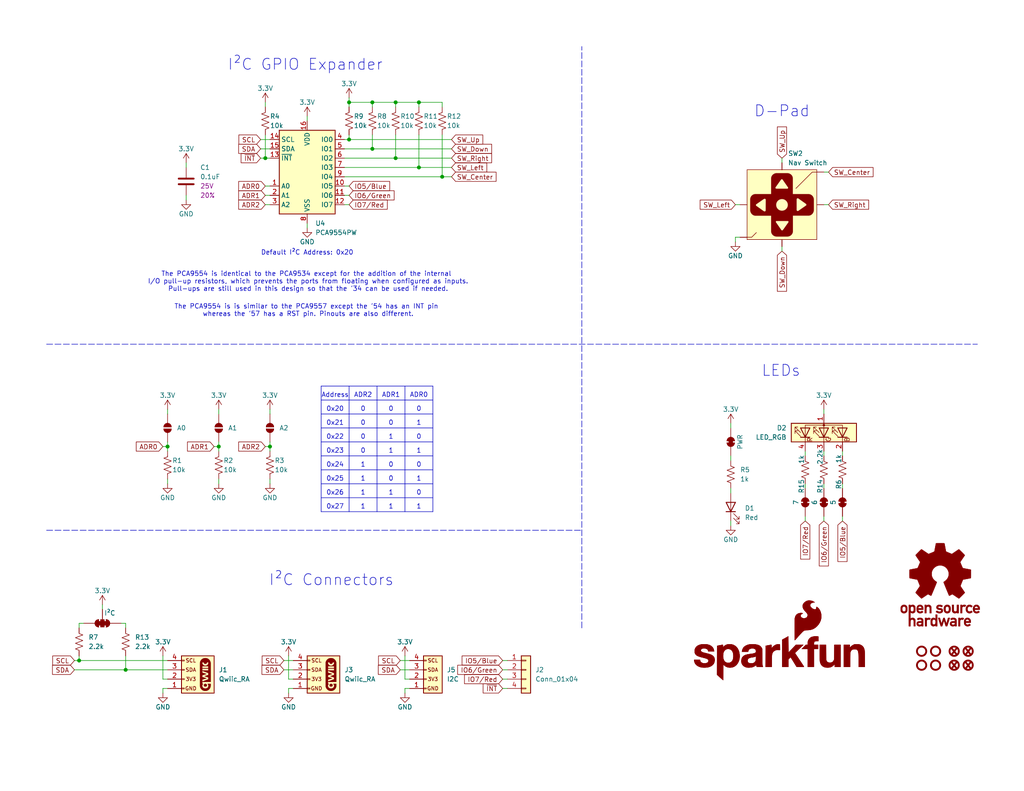
<source format=kicad_sch>
(kicad_sch (version 20231120) (generator "eeschema") (generator_version "8.0")
  (paper "USLetter")
  (title_block (title "SparkFun Qwiic Navigation") (date "2024-11-09") (rev "v11") (comment 1 "Designed by: N. Seidle"))
  (lib_symbols
    (symbol "SparkFun-Aesthetic:Fiducial_0.5mm"
      (symbol "Fiducial_0.5mm_1_1"
        (text "x" (at 0 0.254 0) (effects (font (size 2.5 2.5) (bold yes))))
      )
    )
    (symbol "SparkFun-Aesthetic:OSHW_Logo" (pin_names (offset 1.016)) (in_bom no))
    (symbol "SparkFun-Aesthetic:SparkFun_Logo" (pin_names (offset 1.016)) (on_board no))
    (symbol "SparkFun-Capacitor:0.1uF_0603_25V_20%" (pin_numbers hide) (pin_names (offset 0.254))
      (property "Reference" "C" (at 0.635 2.54 0))
      (property "Value" "0.1uF" (at 0.635 -2.54 0))
      (property "Voltage" "25V" (at 0 -6.35 0))
      (property "Tolerance" "20%" (at 0 -8.89 0))
      (symbol "0.1uF_0603_25V_20%_1_1"
        (pin passive line (at 0 3.81 270) (length 2.794) (name "~") (number "1"))
        (pin passive line (at 0 -3.81 90) (length 2.794) (name "~") (number "2"))
      )
    )
    (symbol "SparkFun-Connector:Conn_01x04" (pin_names (offset 1.016) hide)
      (property "Reference" "J" (at 0 5.08 0))
      (property "Value" "Conn_01x04" (at 0 -7.62 0))
      (symbol "Conn_01x04_1_1"
        (pin passive line (at -5.08 2.54 0) (length 3.81) (name "Pin_1") (number "1"))
        (pin passive line (at -5.08 0 0) (length 3.81) (name "Pin_2") (number "2"))
        (pin passive line (at -5.08 -2.54 0) (length 3.81) (name "Pin_3") (number "3"))
        (pin passive line (at -5.08 -5.08 0) (length 3.81) (name "Pin_4") (number "4"))
      )
    )
    (symbol "SparkFun-Connector:I2C_01x04" (pin_names (offset 1.016) hide)
      (property "Reference" "J" (at 0 5.08 0))
      (property "Value" "I2C" (at 0 -7.62 0))
      (symbol "I2C_01x04_1_1"
        (text "3V3" (at 1.27 -2.54 0) (effects (font (size 1 1))))
        (text "GND" (at 1.27 -5.08 0) (effects (font (size 1 1))))
        (text "SCL" (at 1.27 2.54 0) (effects (font (size 1 1))))
        (text "SDA" (at 1.27 0 0) (effects (font (size 1 1))))
        (pin passive line (at -5.08 -5.08 0) (length 3.81) (name "Pin_1") (number "1"))
        (pin passive line (at -5.08 -2.54 0) (length 3.81) (name "Pin_2") (number "2"))
        (pin passive line (at -5.08 0 0) (length 3.81) (name "Pin_3") (number "3"))
        (pin passive line (at -5.08 2.54 0) (length 3.81) (name "Pin_4") (number "4"))
      )
    )
    (symbol "SparkFun-Connector:Qwiic_Right_Angle" (pin_names (offset 1.016) hide)
      (property "Reference" "J" (at 0 5.08 0))
      (property "Value" "Qwiic_RA" (at 0 -7.62 0))
      (symbol "Qwiic_Right_Angle_1_1"
        (text "3V3" (at 1.27 -2.54 0) (effects (font (size 1 1))))
        (text "GND" (at 1.27 -5.08 0) (effects (font (size 1 1))))
        (text "SCL" (at 1.27 2.54 0) (effects (font (size 1 1))))
        (text "SDA" (at 1.27 0 0) (effects (font (size 1 1))))
        (pin passive line (at -5.08 -5.08 0) (length 3.81) (name "Pin_1") (number "1"))
        (pin passive line (at -5.08 -2.54 0) (length 3.81) (name "Pin_2") (number "2"))
        (pin passive line (at -5.08 0 0) (length 3.81) (name "Pin_3") (number "3"))
        (pin passive line (at -5.08 2.54 0) (length 3.81) (name "Pin_4") (number "4"))
        (pin no_connect line (at 5.08 3.81 270) (length 2.54) hide (name "NC") (number "NC1"))
        (pin no_connect line (at 6.35 3.81 270) (length 2.54) hide (name "NC") (number "NC2"))
      )
    )
    (symbol "SparkFun-Hardware:Standoff")
    (symbol "SparkFun-IC-Special-Function:PCA9554PW"
      (property "Reference" "U" (at -7.62 11.43 0))
      (property "Value" "PCA9554PW" (at 2.54 11.43 0))
      (symbol "PCA9554PW_1_1"
        (pin input line (at -10.16 -5.08 0) (length 2.54) (name "A0") (number "1"))
        (pin bidirectional line (at 10.16 -5.08 180) (length 2.54) (name "IO5") (number "10"))
        (pin bidirectional line (at 10.16 -7.62 180) (length 2.54) (name "IO6") (number "11"))
        (pin bidirectional line (at 10.16 -10.16 180) (length 2.54) (name "IO7") (number "12"))
        (pin output line (at -10.16 2.54 0) (length 2.54) (name "~{INT}") (number "13"))
        (pin input line (at -10.16 7.62 0) (length 2.54) (name "SCL") (number "14"))
        (pin bidirectional line (at -10.16 5.08 0) (length 2.54) (name "SDA") (number "15"))
        (pin power_in line (at 0 12.7 270) (length 2.54) (name "VDD") (number "16"))
        (pin input line (at -10.16 -7.62 0) (length 2.54) (name "A1") (number "2"))
        (pin input line (at -10.16 -10.16 0) (length 2.54) (name "A2") (number "3"))
        (pin bidirectional line (at 10.16 7.62 180) (length 2.54) (name "IO0") (number "4"))
        (pin bidirectional line (at 10.16 5.08 180) (length 2.54) (name "IO1") (number "5"))
        (pin bidirectional line (at 10.16 2.54 180) (length 2.54) (name "IO2") (number "6"))
        (pin bidirectional line (at 10.16 0 180) (length 2.54) (name "IO3") (number "7"))
        (pin power_in line (at 0 -15.24 90) (length 2.54) (name "VSS") (number "8"))
        (pin bidirectional line (at 10.16 -2.54 180) (length 2.54) (name "IO4") (number "9"))
      )
    )
    (symbol "SparkFun-Jumper:SolderJumper_2_Bridged" (pin_numbers hide) (pin_names (offset 0) hide)
      (property "Reference" "JP" (at 0 2.032 0))
      (property "Value" "~" (at 0 -2.54 0))
      (symbol "SolderJumper_2_Bridged_1_1"
        (pin passive line (at -3.81 0 0) (length 2.54) (name "A") (number "1"))
        (pin passive line (at 3.81 0 180) (length 2.54) (name "B") (number "2"))
      )
    )
    (symbol "SparkFun-Jumper:SolderJumper_2_Open" (pin_numbers hide) (pin_names (offset 0) hide)
      (property "Reference" "JP" (at 0 2.032 0))
      (property "Value" "~" (at 0 -2.54 0))
      (symbol "SolderJumper_2_Open_1_1"
        (pin passive line (at -3.81 0 0) (length 2.54) (name "A") (number "1"))
        (pin passive line (at 3.81 0 180) (length 2.54) (name "B") (number "2"))
      )
    )
    (symbol "SparkFun-Jumper:SolderJumper_3_Bridged123" (pin_numbers hide) (pin_names (offset 0) hide)
      (property "Reference" "JP" (at 0 2.54 0))
      (property "Value" "~" (at 3.81 1.27 0))
      (symbol "SolderJumper_3_Bridged123_1_1"
        (pin passive line (at -5.08 0 0) (length 2.54) (name "A") (number "1"))
        (pin passive line (at 0 -3.81 90) (length 2.54) (name "C") (number "2"))
        (pin passive line (at 5.08 0 180) (length 2.54) (name "B") (number "3"))
      )
    )
    (symbol "SparkFun-LED:LED_RGB_1205_Bottom" (pin_names (offset 0) hide)
      (property "Reference" "D" (at 0 10.16 0))
      (property "Value" "LED_RGB" (at 0 -10.16 0))
      (symbol "LED_RGB_1205_Bottom_0_0"
        (text "B" (at -1.905 -6.35 0) (effects (font (size 1.27 1.27))))
        (text "G" (at -1.905 -1.27 0) (effects (font (size 1.27 1.27))))
        (text "R" (at -1.905 3.81 0) (effects (font (size 1.27 1.27))))
      )
      (symbol "LED_RGB_1205_Bottom_1_1"
        (pin passive line (at 5.08 0 180) (length 2.54) (name "A") (number "1"))
        (pin passive line (at -5.08 -5.08 0) (length 2.54) (name "BK") (number "2"))
        (pin passive line (at -5.08 0 0) (length 2.54) (name "GK") (number "3"))
        (pin passive line (at -5.08 5.08 0) (length 2.54) (name "RK") (number "4"))
      )
    )
    (symbol "SparkFun-LED:LED_Red_0603" (pin_numbers hide) (pin_names (offset 1.016) hide)
      (property "Reference" "D" (at 0 2.54 0))
      (property "Value" "Red" (at 0 -2.54 0))
      (symbol "LED_Red_0603_1_1"
        (pin passive line (at -3.81 0 0) (length 2.54) (name "K") (number "1"))
        (pin passive line (at 3.81 0 180) (length 2.54) (name "A") (number "2"))
      )
    )
    (symbol "SparkFun-PowerSymbol:3.3V" (power) (pin_names (offset 0))
      (property "Value" "3.3V" (at 0 3.81 0))
      (symbol "3.3V_1_1"
        (pin power_in line (at 0 0 90) (length 0) hide (name "3.3V") (number "1"))
      )
    )
    (symbol "SparkFun-PowerSymbol:GND" (power) (pin_names (offset 0))
      (property "Value" "GND" (at 0 -3.81 0))
      (symbol "GND_1_1"
        (pin power_in line (at 0 0 270) (length 0) hide (name "GND") (number "1"))
      )
    )
    (symbol "SparkFun-Resistor:10k_0603" (pin_numbers hide) (pin_names (offset 0))
      (property "Reference" "R" (at 0 -2.54 0))
      (property "Value" "10k" (at 0 2.54 0))
      (symbol "10k_0603_1_1"
        (pin passive line (at 3.81 0 180) (length 1.27) (name "~") (number "1"))
        (pin passive line (at -3.81 0 0) (length 1.27) (name "~") (number "2"))
      )
    )
    (symbol "SparkFun-Resistor:1k_0603" (pin_numbers hide) (pin_names (offset 0))
      (property "Reference" "R" (at 0 -2.54 0))
      (property "Value" "1k" (at 0 2.54 0))
      (symbol "1k_0603_1_1"
        (pin passive line (at 3.81 0 180) (length 1.27) (name "~") (number "1"))
        (pin passive line (at -3.81 0 0) (length 1.27) (name "~") (number "2"))
      )
    )
    (symbol "SparkFun-Resistor:2.2k_0603" (pin_numbers hide) (pin_names (offset 0))
      (property "Reference" "R" (at 0 -2.54 0))
      (property "Value" "2.2k" (at 0 2.54 0))
      (symbol "2.2k_0603_1_1"
        (pin passive line (at 3.81 0 180) (length 1.27) (name "~") (number "1"))
        (pin passive line (at -3.81 0 0) (length 1.27) (name "~") (number "2"))
      )
    )
    (symbol "SparkFun-Switch:Navigation_5Way_SMD_7.5x7.5mm" (pin_numbers hide) (pin_names (offset 0) hide)
      (property "Reference" "SW" (at -8.255 10.795 0))
      (property "Value" "Nav Switch" (at 6.985 -10.795 0))
      (symbol "Navigation_5Way_SMD_7.5x7.5mm_1_1"
        (pin passive line (at -11.43 0 0) (length 1.905) (name "Left") (number "1"))
        (pin passive line (at -11.43 -8.89 0) (length 1.905) (name "GND") (number "2"))
        (pin passive line (at 0 -11.43 90) (length 1.905) (name "Down") (number "3"))
        (pin passive line (at 11.43 0 180) (length 1.905) (name "Right") (number "4"))
        (pin passive line (at 11.43 8.89 180) (length 1.905) (name "Center") (number "5"))
        (pin passive line (at 0 11.43 270) (length 1.905) (name "Up") (number "6"))
        (pin no_connect line (at -11.43 -5.08 0) (length 1.905) hide (name "MP1") (number "MP1"))
        (pin no_connect line (at -11.43 -6.35 0) (length 1.905) hide (name "MP2") (number "MP2"))
      )
    )
  )
  (junction (at 114.3 27.94))
  (junction (at 120.65 48.26))
  (junction (at 107.95 43.18))
  (junction (at 34.29 182.88))
  (junction (at 95.25 38.1))
  (junction (at 59.69 121.92))
  (junction (at 21.59 180.34))
  (junction (at 107.95 27.94))
  (junction (at 95.25 27.94))
  (junction (at 101.6 40.64))
  (junction (at 72.39 43.18))
  (junction (at 114.3 45.72))
  (junction (at 45.72 121.92))
  (junction (at 101.6 27.94))
  (junction (at 73.66 121.92))
  (wire (pts (xy 72.39 121.92) (xy 73.66 121.92)))
  (polyline (pts (xy 110.49 105.41) (xy 110.49 139.7)))
  (wire (pts (xy 114.3 27.94) (xy 114.3 29.21)))
  (wire (pts (xy 224.79 142.24) (xy 224.79 140.97)))
  (wire (pts (xy 21.59 170.18) (xy 21.59 171.45)))
  (wire (pts (xy 114.3 45.72) (xy 93.98 45.72)))
  (wire (pts (xy 33.02 170.18) (xy 34.29 170.18)))
  (wire (pts (xy 45.72 185.42) (xy 44.45 185.42)))
  (wire (pts (xy 73.66 121.92) (xy 73.66 120.65)))
  (wire (pts (xy 72.39 55.88) (xy 73.66 55.88)))
  (polyline (pts (xy 87.63 135.89) (xy 118.11 135.89)))
  (wire (pts (xy 72.39 27.94) (xy 72.39 29.21)))
  (polyline (pts (xy 87.63 105.41) (xy 87.63 139.7)))
  (wire (pts (xy 107.95 43.18) (xy 93.98 43.18)))
  (wire (pts (xy 77.47 180.34) (xy 80.01 180.34)))
  (wire (pts (xy 73.66 43.18) (xy 72.39 43.18)))
  (wire (pts (xy 95.25 50.8) (xy 93.98 50.8)))
  (wire (pts (xy 34.29 170.18) (xy 34.29 171.45)))
  (wire (pts (xy 95.25 36.83) (xy 95.25 38.1)))
  (wire (pts (xy 80.01 187.96) (xy 78.74 187.96)))
  (wire (pts (xy 71.12 38.1) (xy 73.66 38.1)))
  (wire (pts (xy 44.45 121.92) (xy 45.72 121.92)))
  (wire (pts (xy 22.86 170.18) (xy 21.59 170.18)))
  (wire (pts (xy 224.79 124.46) (xy 224.79 123.19)))
  (wire (pts (xy 45.72 132.08) (xy 45.72 130.81)))
  (wire (pts (xy 110.49 179.07) (xy 110.49 185.42)))
  (wire (pts (xy 123.19 45.72) (xy 114.3 45.72)))
  (wire (pts (xy 114.3 27.94) (xy 120.65 27.94)))
  (wire (pts (xy 101.6 27.94) (xy 101.6 29.21)))
  (wire (pts (xy 111.76 185.42) (xy 110.49 185.42)))
  (wire (pts (xy 27.94 165.1) (xy 27.94 166.37)))
  (wire (pts (xy 200.66 55.88) (xy 201.93 55.88)))
  (polyline (pts (xy 95.25 105.41) (xy 95.25 139.7)))
  (wire (pts (xy 95.25 27.94) (xy 101.6 27.94)))
  (wire (pts (xy 123.19 48.26) (xy 120.65 48.26)))
  (wire (pts (xy 213.36 68.58) (xy 213.36 67.31)))
  (polyline (pts (xy 118.11 139.7) (xy 118.11 105.41)))
  (wire (pts (xy 111.76 187.96) (xy 110.49 187.96)))
  (wire (pts (xy 137.16 182.88) (xy 138.43 182.88)))
  (wire (pts (xy 109.22 182.88) (xy 111.76 182.88)))
  (polyline (pts (xy 12.7 144.78) (xy 158.75 144.78)) (stroke (width 0) (type dash)))
  (wire (pts (xy 224.79 133.35) (xy 224.79 132.08)))
  (wire (pts (xy 224.79 111.76) (xy 224.79 113.03)))
  (wire (pts (xy 72.39 53.34) (xy 73.66 53.34)))
  (wire (pts (xy 219.71 124.46) (xy 219.71 123.19)))
  (polyline (pts (xy 87.63 105.41) (xy 88.9 105.41)))
  (wire (pts (xy 199.39 134.62) (xy 199.39 133.35)))
  (wire (pts (xy 45.72 121.92) (xy 45.72 120.65)))
  (wire (pts (xy 72.39 50.8) (xy 73.66 50.8)))
  (wire (pts (xy 229.87 133.35) (xy 229.87 132.08)))
  (wire (pts (xy 229.87 142.24) (xy 229.87 140.97)))
  (wire (pts (xy 101.6 36.83) (xy 101.6 40.64)))
  (wire (pts (xy 20.32 180.34) (xy 21.59 180.34)))
  (wire (pts (xy 226.06 55.88) (xy 224.79 55.88)))
  (wire (pts (xy 78.74 179.07) (xy 78.74 185.42)))
  (wire (pts (xy 20.32 182.88) (xy 34.29 182.88)))
  (wire (pts (xy 44.45 187.96) (xy 44.45 189.23)))
  (wire (pts (xy 34.29 182.88) (xy 45.72 182.88)))
  (wire (pts (xy 213.36 43.18) (xy 213.36 44.45)))
  (wire (pts (xy 123.19 38.1) (xy 95.25 38.1)))
  (polyline (pts (xy 87.63 113.03) (xy 118.11 113.03)))
  (wire (pts (xy 45.72 187.96) (xy 44.45 187.96)))
  (polyline (pts (xy 87.63 116.84) (xy 118.11 116.84)))
  (wire (pts (xy 58.42 121.92) (xy 59.69 121.92)))
  (wire (pts (xy 72.39 36.83) (xy 72.39 43.18)))
  (polyline (pts (xy 102.87 105.41) (xy 102.87 139.7)))
  (wire (pts (xy 199.39 125.73) (xy 199.39 124.46)))
  (wire (pts (xy 123.19 40.64) (xy 101.6 40.64)))
  (wire (pts (xy 219.71 133.35) (xy 219.71 132.08)))
  (wire (pts (xy 21.59 180.34) (xy 45.72 180.34)))
  (wire (pts (xy 107.95 27.94) (xy 114.3 27.94)))
  (wire (pts (xy 83.82 31.75) (xy 83.82 33.02)))
  (wire (pts (xy 78.74 187.96) (xy 78.74 189.23)))
  (wire (pts (xy 200.66 64.77) (xy 200.66 66.04)))
  (wire (pts (xy 137.16 180.34) (xy 138.43 180.34)))
  (wire (pts (xy 120.65 29.21) (xy 120.65 27.94)))
  (wire (pts (xy 21.59 179.07) (xy 21.59 180.34)))
  (polyline (pts (xy 12.7 93.98) (xy 139.7 93.98)) (stroke (width 0) (type dash)))
  (wire (pts (xy 59.69 123.19) (xy 59.69 121.92)))
  (wire (pts (xy 120.65 36.83) (xy 120.65 48.26)))
  (wire (pts (xy 224.79 46.99) (xy 226.06 46.99)))
  (wire (pts (xy 107.95 36.83) (xy 107.95 43.18)))
  (wire (pts (xy 95.25 38.1) (xy 93.98 38.1)))
  (polyline (pts (xy 87.63 128.27) (xy 118.11 128.27)))
  (wire (pts (xy 199.39 115.57) (xy 199.39 116.84)))
  (wire (pts (xy 109.22 180.34) (xy 111.76 180.34)))
  (polyline (pts (xy 87.63 109.22) (xy 118.11 109.22)))
  (wire (pts (xy 229.87 124.46) (xy 229.87 123.19)))
  (wire (pts (xy 44.45 179.07) (xy 44.45 185.42)))
  (wire (pts (xy 73.66 123.19) (xy 73.66 121.92)))
  (polyline (pts (xy 88.9 105.41) (xy 118.11 105.41)))
  (polyline (pts (xy 87.63 139.7) (xy 118.11 139.7)))
  (polyline (pts (xy 87.63 120.65) (xy 118.11 120.65)))
  (wire (pts (xy 107.95 27.94) (xy 107.95 29.21)))
  (wire (pts (xy 95.25 53.34) (xy 93.98 53.34)))
  (wire (pts (xy 73.66 132.08) (xy 73.66 130.81)))
  (wire (pts (xy 59.69 132.08) (xy 59.69 130.81)))
  (polyline (pts (xy 87.63 132.08) (xy 118.11 132.08)))
  (wire (pts (xy 199.39 142.24) (xy 199.39 143.51)))
  (wire (pts (xy 110.49 187.96) (xy 110.49 189.23)))
  (wire (pts (xy 77.47 182.88) (xy 80.01 182.88)))
  (wire (pts (xy 123.19 43.18) (xy 107.95 43.18)))
  (wire (pts (xy 120.65 48.26) (xy 93.98 48.26)))
  (wire (pts (xy 59.69 121.92) (xy 59.69 120.65)))
  (wire (pts (xy 59.69 111.76) (xy 59.69 113.03)))
  (wire (pts (xy 71.12 40.64) (xy 73.66 40.64)))
  (wire (pts (xy 219.71 142.24) (xy 219.71 140.97)))
  (wire (pts (xy 34.29 179.07) (xy 34.29 182.88)))
  (wire (pts (xy 50.8 44.45) (xy 50.8 45.72)))
  (wire (pts (xy 45.72 111.76) (xy 45.72 113.03)))
  (wire (pts (xy 73.66 111.76) (xy 73.66 113.03)))
  (wire (pts (xy 114.3 36.83) (xy 114.3 45.72)))
  (wire (pts (xy 50.8 54.61) (xy 50.8 53.34)))
  (wire (pts (xy 101.6 27.94) (xy 107.95 27.94)))
  (wire (pts (xy 83.82 62.23) (xy 83.82 60.96)))
  (wire (pts (xy 137.16 187.96) (xy 138.43 187.96)))
  (wire (pts (xy 71.12 43.18) (xy 72.39 43.18)))
  (wire (pts (xy 95.25 27.94) (xy 95.25 29.21)))
  (wire (pts (xy 80.01 185.42) (xy 78.74 185.42)))
  (wire (pts (xy 137.16 185.42) (xy 138.43 185.42)))
  (polyline (pts (xy 139.7 93.98) (xy 266.7 93.98)) (stroke (width 0) (type dash)))
  (wire (pts (xy 95.25 26.67) (xy 95.25 27.94)))
  (wire (pts (xy 45.72 123.19) (xy 45.72 121.92)))
  (wire (pts (xy 95.25 55.88) (xy 93.98 55.88)))
  (wire (pts (xy 101.6 40.64) (xy 93.98 40.64)))
  (polyline (pts (xy 87.63 124.46) (xy 118.11 124.46)))
  (wire (pts (xy 201.93 64.77) (xy 200.66 64.77)))
  (polyline (pts (xy 158.75 171.45) (xy 158.75 12.7)) (stroke (width 0) (type dash)))
  (text "1" (at 114.3 130.81 0) (effects (font (size 1.27 1.27))))
  (text "1" (at 99.06 127 0) (effects (font (size 1.27 1.27))))
  (text "0" (at 114.3 119.38 0) (effects (font (size 1.27 1.27))))
  (text "1" (at 114.3 123.19 0) (effects (font (size 1.27 1.27))))
  (text "1" (at 114.3 138.43 0) (effects (font (size 1.27 1.27))))
  (text "1" (at 99.06 130.81 0) (effects (font (size 1.27 1.27))))
  (text "0" (at 106.68 115.57 0) (effects (font (size 1.27 1.27))))
  (text "The PCA9554 is is similar to the PCA9557 except the '54 has an INT pin \nwhereas the '57 has a RST pin. Pinouts are also different." (at 84.074 84.836 0) (effects (font (size 1.27 1.27))))
  (text "0" (at 106.68 127 0) (effects (font (size 1.27 1.27))))
  (text "Default I²C Address: 0x20" (at 83.82 69.088 0) (effects (font (size 1.27 1.27))))
  (text "1" (at 114.3 115.57 0) (effects (font (size 1.27 1.27))))
  (text "I²C GPIO Expander" (at 83.312 17.78 0) (effects (font (size 3 3))))
  (text "0x20" (at 91.44 111.76 0) (effects (font (size 1.27 1.27))))
  (text "0" (at 99.06 123.19 0) (effects (font (size 1.27 1.27))))
  (text "I²C Connectors" (at 90.424 158.496 0) (effects (font (size 3 3))))
  (text "0" (at 99.06 119.38 0) (effects (font (size 1.27 1.27))))
  (text "ADR2" (at 99.06 107.95 0) (effects (font (size 1.27 1.27))))
  (text "0" (at 106.68 130.81 0) (effects (font (size 1.27 1.27))))
  (text "0" (at 106.68 111.76 0) (effects (font (size 1.27 1.27))))
  (text "1" (at 106.68 138.43 0) (effects (font (size 1.27 1.27))))
  (text "ADR0" (at 114.3 107.95 0) (effects (font (size 1.27 1.27))))
  (text "0x23" (at 91.44 123.19 0) (effects (font (size 1.27 1.27))))
  (text "The PCA9554 is identical to the PCA9534 except for the addition of the internal \nI/O pull-up resistors, which prevents the ports from floating when configured as inputs.\nPull-ups are still used in this design so that the '34 can be used if needed." (at 84.074 76.962 0) (effects (font (size 1.27 1.27))))
  (text "0x22" (at 91.44 119.38 0) (effects (font (size 1.27 1.27))))
  (text "1" (at 106.68 123.19 0) (effects (font (size 1.27 1.27))))
  (text "LEDs\n" (at 213.106 101.346 0) (effects (font (size 3 3))))
  (text "0x25" (at 91.44 130.81 0) (effects (font (size 1.27 1.27))))
  (text "0" (at 114.3 134.62 0) (effects (font (size 1.27 1.27))))
  (text "0x26" (at 91.44 134.62 0) (effects (font (size 1.27 1.27))))
  (text "0x24" (at 91.44 127 0) (effects (font (size 1.27 1.27))))
  (text "0" (at 114.3 111.76 0) (effects (font (size 1.27 1.27))))
  (text "D-Pad" (at 213.36 30.48 0) (effects (font (size 3 3))))
  (text "0x27" (at 91.44 138.43 0) (effects (font (size 1.27 1.27))))
  (text "ADR1" (at 106.68 107.95 0) (effects (font (size 1.27 1.27))))
  (text "1" (at 99.06 134.62 0) (effects (font (size 1.27 1.27))))
  (text "0x21" (at 91.44 115.57 0) (effects (font (size 1.27 1.27))))
  (text "1" (at 106.68 119.38 0) (effects (font (size 1.27 1.27))))
  (text "1" (at 99.06 138.43 0) (effects (font (size 1.27 1.27))))
  (text "1" (at 106.68 134.62 0) (effects (font (size 1.27 1.27))))
  (text "0" (at 99.06 111.76 0) (effects (font (size 1.27 1.27))))
  (text "0" (at 114.3 127 0) (effects (font (size 1.27 1.27))))
  (text "0" (at 99.06 115.57 0) (effects (font (size 1.27 1.27))))
  (text "Address" (at 91.44 107.95 0) (effects (font (size 1.27 1.27))))
  (global_label "SCL" (shape input) (at 71.12 38.1 180) (property "Intersheetrefs" "${INTERSHEET_REFS}" (effects (hide yes))))
  (global_label "ADR1" (shape input) (at 72.39 53.34 180) (property "Intersheetrefs" "${INTERSHEET_REFS}" (effects (hide yes))))
  (global_label "SW_Left" (shape input) (at 123.19 45.72 0) (property "Intersheetrefs" "${INTERSHEET_REFS}" (effects (hide yes))))
  (global_label "SDA" (shape input) (at 71.12 40.64 180) (property "Intersheetrefs" "${INTERSHEET_REFS}" (effects (hide yes))))
  (global_label "IO7{slash}Red" (shape input) (at 95.25 55.88 0) (property "Intersheetrefs" "${INTERSHEET_REFS}" (effects (hide yes))))
  (global_label "IO7{slash}Red" (shape input) (at 219.71 142.24 270) (property "Intersheetrefs" "${INTERSHEET_REFS}" (effects (hide yes))))
  (global_label "ADR0" (shape input) (at 72.39 50.8 180) (property "Intersheetrefs" "${INTERSHEET_REFS}" (effects (hide yes))))
  (global_label "ADR2" (shape input) (at 72.39 55.88 180) (property "Intersheetrefs" "${INTERSHEET_REFS}" (effects (hide yes))))
  (global_label "SDA" (shape input) (at 20.32 182.88 180) (property "Intersheetrefs" "${INTERSHEET_REFS}" (effects (hide yes))))
  (global_label "SCL" (shape input) (at 109.22 180.34 180) (property "Intersheetrefs" "${INTERSHEET_REFS}" (effects (hide yes))))
  (global_label "IO5{slash}Blue" (shape input) (at 137.16 180.34 180) (property "Intersheetrefs" "${INTERSHEET_REFS}" (effects (hide yes))))
  (global_label "~{INT}" (shape input) (at 71.12 43.18 180) (property "Intersheetrefs" "${INTERSHEET_REFS}" (effects (hide yes))))
  (global_label "SCL" (shape input) (at 20.32 180.34 180) (property "Intersheetrefs" "${INTERSHEET_REFS}" (effects (hide yes))))
  (global_label "SW_Right" (shape input) (at 123.19 43.18 0) (property "Intersheetrefs" "${INTERSHEET_REFS}" (effects (hide yes))))
  (global_label "SCL" (shape input) (at 77.47 180.34 180) (property "Intersheetrefs" "${INTERSHEET_REFS}" (effects (hide yes))))
  (global_label "IO6{slash}Green" (shape input) (at 137.16 182.88 180) (property "Intersheetrefs" "${INTERSHEET_REFS}" (effects (hide yes))))
  (global_label "SW_Right" (shape input) (at 226.06 55.88 0) (property "Intersheetrefs" "${INTERSHEET_REFS}" (effects (hide yes))))
  (global_label "ADR2" (shape input) (at 72.39 121.92 180) (property "Intersheetrefs" "${INTERSHEET_REFS}" (effects (hide yes))))
  (global_label "IO6{slash}Green" (shape input) (at 224.79 142.24 270) (property "Intersheetrefs" "${INTERSHEET_REFS}" (effects (hide yes))))
  (global_label "~{INT}" (shape input) (at 137.16 187.96 180) (property "Intersheetrefs" "${INTERSHEET_REFS}" (effects (hide yes))))
  (global_label "ADR1" (shape input) (at 58.42 121.92 180) (property "Intersheetrefs" "${INTERSHEET_REFS}" (effects (hide yes))))
  (global_label "ADR0" (shape input) (at 44.45 121.92 180) (property "Intersheetrefs" "${INTERSHEET_REFS}" (effects (hide yes))))
  (global_label "SDA" (shape input) (at 109.22 182.88 180) (property "Intersheetrefs" "${INTERSHEET_REFS}" (effects (hide yes))))
  (global_label "SW_Up" (shape input) (at 123.19 38.1 0) (property "Intersheetrefs" "${INTERSHEET_REFS}" (effects (hide yes))))
  (global_label "SW_Center" (shape input) (at 123.19 48.26 0) (property "Intersheetrefs" "${INTERSHEET_REFS}" (effects (hide yes))))
  (global_label "IO5{slash}Blue" (shape input) (at 95.25 50.8 0) (property "Intersheetrefs" "${INTERSHEET_REFS}" (effects (hide yes))))
  (global_label "SW_Down" (shape input) (at 213.36 68.58 270) (property "Intersheetrefs" "${INTERSHEET_REFS}" (effects (hide yes))))
  (global_label "SW_Center" (shape input) (at 226.06 46.99 0) (property "Intersheetrefs" "${INTERSHEET_REFS}" (effects (hide yes))))
  (global_label "SDA" (shape input) (at 77.47 182.88 180) (property "Intersheetrefs" "${INTERSHEET_REFS}" (effects (hide yes))))
  (global_label "IO7{slash}Red" (shape input) (at 137.16 185.42 180) (property "Intersheetrefs" "${INTERSHEET_REFS}" (effects (hide yes))))
  (global_label "SW_Left" (shape input) (at 200.66 55.88 180) (property "Intersheetrefs" "${INTERSHEET_REFS}" (effects (hide yes))))
  (global_label "SW_Up" (shape input) (at 213.36 43.18 90) (property "Intersheetrefs" "${INTERSHEET_REFS}" (effects (hide yes))))
  (global_label "IO6{slash}Green" (shape input) (at 95.25 53.34 0) (property "Intersheetrefs" "${INTERSHEET_REFS}" (effects (hide yes))))
  (global_label "IO5{slash}Blue" (shape input) (at 229.87 142.24 270) (property "Intersheetrefs" "${INTERSHEET_REFS}" (effects (hide yes))))
  (global_label "SW_Down" (shape input) (at 123.19 40.64 0) (property "Intersheetrefs" "${INTERSHEET_REFS}" (effects (hide yes))))
  (symbol (lib_id "SparkFun-Hardware:Standoff") (at 251.46 181.61 0) (unit 1)
    (property "Reference" "ST4" (effects (hide yes)))
    (property "Value" "Standoff" (effects (hide yes)))
    (property "Footprint" "SparkFun-Hardware:Standoff" (effects (hide yes)))
    (property "Description" "Drill holes for mechanically mounting via screws, standoffs, etc." (effects (hide yes)))
  )
  (symbol (lib_id "SparkFun-Resistor:2.2k_0603") (at 224.79 128.27 270) (unit 1)
    (property "Reference" "R14" (at 223.774 130.81 0) (effects (justify left)))
    (property "Value" "2.2k" (at 223.774 124.714 0))
    (property "Footprint" "SparkFun-Resistor:R_0603_1608Metric" (effects (hide yes)))
    (property "Datasheet" "https://www.vishay.com/docs/20035/dcrcwe3.pdf" (effects (hide yes)))
    (property "Description" "Resistor" (effects (hide yes)))
    (property "PROD_ID" "RES-08272" (effects (hide yes)))
  )
  (symbol (lib_id "SparkFun-Jumper:SolderJumper_2_Open") (at 73.66 116.84 90) (unit 1)
    (property "Reference" "JP3" (effects (hide yes)))
    (property "Value" "A2" (at 76.2 116.8399 90) (effects (justify right)))
    (property "Footprint" "SparkFun-Jumper:Jumper_2_NO" (effects (hide yes)))
    (property "Description" "Solder Jumper, 2-pole, open" (effects (hide yes)))
  )
  (symbol (lib_id "SparkFun-PowerSymbol:GND") (at 50.8 54.61 0) (unit 1)
    (property "Reference" "#PWR015" (effects (hide yes)))
    (property "Value" "GND" (at 50.8 58.42 0))
    (property "Description" "Power symbol creates a global label with name \"GND\" , ground" (effects (hide yes)))
  )
  (symbol (lib_id "SparkFun-Resistor:10k_0603") (at 72.39 33.02 90) (mirror x) (unit 1)
    (property "Reference" "R4" (at 73.66 31.75 90) (effects (justify right)))
    (property "Value" "10k" (at 73.66 34.29 90) (effects (justify right)))
    (property "Footprint" "SparkFun-Resistor:R_0603_1608Metric" (effects (hide yes)))
    (property "Datasheet" "https://www.vishay.com/docs/20035/dcrcwe3.pdf" (effects (hide yes)))
    (property "Description" "Resistor" (effects (hide yes)))
    (property "PROD_ID" "RES-00824" (effects (hide yes)))
  )
  (symbol (lib_id "SparkFun-Aesthetic:SparkFun_Logo") (at 212.09 179.07 0) (unit 1) (on_board no)
    (property "Reference" "G5" (effects (hide yes)))
    (property "Value" "SparkFun_Logo" (effects (hide yes)))
    (property "Footprint" "SparkFun-Aesthetic:SparkFun_Logo_8mm" (effects (hide yes)))
  )
  (symbol (lib_id "SparkFun-LED:LED_Red_0603") (at 199.39 138.43 90) (unit 1)
    (property "Reference" "D1" (at 203.2 138.7475 90) (effects (justify right)))
    (property "Value" "Red" (at 203.2 141.2875 90) (effects (justify right)))
    (property "Footprint" "SparkFun-LED:LED_0603_1608Metric_Red" (effects (hide yes)))
    (property "Datasheet" "https://docs.broadcom.com/docs/AV02-0551EN" (effects (hide yes)))
    (property "Description" "Light emitting diode" (effects (hide yes)))
    (property "PROD_ID" "DIO-17976" (effects (hide yes)))
  )
  (symbol (lib_id "SparkFun-Resistor:10k_0603") (at 59.69 127 90) (mirror x) (unit 1)
    (property "Reference" "R2" (at 60.96 125.73 90) (effects (justify right)))
    (property "Value" "10k" (at 60.96 128.27 90) (effects (justify right)))
    (property "Footprint" "SparkFun-Resistor:R_0603_1608Metric" (effects (hide yes)))
    (property "Datasheet" "https://www.vishay.com/docs/20035/dcrcwe3.pdf" (effects (hide yes)))
    (property "Description" "Resistor" (effects (hide yes)))
    (property "PROD_ID" "RES-00824" (effects (hide yes)))
  )
  (symbol (lib_id "SparkFun-LED:LED_RGB_1205_Bottom") (at 224.79 118.11 90) (unit 1)
    (property "Reference" "D2" (at 214.63 116.8399 90) (effects (justify left)))
    (property "Value" "LED_RGB" (at 214.63 119.3799 90) (effects (justify left)))
    (property "Footprint" "SparkFun-LED:LED_1205_RGB_Bottom" (effects (hide yes)))
    (property "Datasheet" "https://cdn.sparkfun.com/assets/a/1/8/3/f/MEIHUA-MHT151RGBCT.pdf" (effects (hide yes)))
    (property "Description" "Tricolor LED, Common Anode" (effects (hide yes)))
    (property "PROD_ID" "LED-23358" (effects (hide yes)))
  )
  (symbol (lib_id "SparkFun-PowerSymbol:GND") (at 78.74 189.23 0) (unit 1)
    (property "Reference" "#PWR04" (effects (hide yes)))
    (property "Value" "GND" (at 78.74 193.04 0))
    (property "Description" "Power symbol creates a global label with name \"GND\" , ground" (effects (hide yes)))
  )
  (symbol (lib_id "SparkFun-PowerSymbol:3.3V") (at 45.72 111.76 0) (unit 1)
    (property "Reference" "#PWR06" (effects (hide yes)))
    (property "Value" "3.3V" (at 45.72 107.95 0))
    (property "Description" "Power symbol creates a global label with name \"3.3V\"" (effects (hide yes)))
  )
  (symbol (lib_id "SparkFun-PowerSymbol:GND") (at 199.39 143.51 0) (unit 1)
    (property "Reference" "#PWR014" (effects (hide yes)))
    (property "Value" "GND" (at 199.39 147.32 0))
    (property "Description" "Power symbol creates a global label with name \"GND\" , ground" (effects (hide yes)))
  )
  (symbol (lib_id "SparkFun-Resistor:1k_0603") (at 219.71 128.27 270) (unit 1)
    (property "Reference" "R15" (at 218.694 130.81 0) (effects (justify left)))
    (property "Value" "1k" (at 218.694 124.206 0) (effects (justify left)))
    (property "Footprint" "SparkFun-Resistor:R_0603_1608Metric" (effects (hide yes)))
    (property "Datasheet" "https://www.vishay.com/docs/20035/dcrcwe3.pdf" (effects (hide yes)))
    (property "Description" "Resistor" (effects (hide yes)))
    (property "PROD_ID" "RES-07856" (effects (hide yes)))
  )
  (symbol (lib_id "SparkFun-Aesthetic:Fiducial_0.5mm") (at 264.16 177.8 0) (unit 1)
    (property "Reference" "FID1" (effects (hide yes)))
    (property "Value" "Fiducial_0.5mm" (effects (hide yes)))
    (property "Footprint" "SparkFun-Aesthetic:Fiducial_0.5mm_Mask1mm" (effects (hide yes)))
    (property "Description" "Fiducial Marker" (effects (hide yes)))
  )
  (symbol (lib_id "SparkFun-Aesthetic:Fiducial_0.5mm") (at 264.16 181.61 0) (unit 1)
    (property "Reference" "FID4" (effects (hide yes)))
    (property "Value" "Fiducial_0.5mm" (effects (hide yes)))
    (property "Footprint" "SparkFun-Aesthetic:Fiducial_0.5mm_Mask1mm" (effects (hide yes)))
    (property "Description" "Fiducial Marker" (effects (hide yes)))
  )
  (symbol (lib_id "SparkFun-PowerSymbol:GND") (at 44.45 189.23 0) (unit 1)
    (property "Reference" "#PWR02" (effects (hide yes)))
    (property "Value" "GND" (at 44.45 193.04 0))
    (property "Description" "Power symbol creates a global label with name \"GND\" , ground" (effects (hide yes)))
  )
  (symbol (lib_id "SparkFun-Resistor:2.2k_0603") (at 34.29 175.26 90) (unit 1)
    (property "Reference" "R13" (at 36.83 173.9899 90) (effects (justify right)))
    (property "Value" "2.2k" (at 36.83 176.5299 90) (effects (justify right)))
    (property "Footprint" "SparkFun-Resistor:R_0603_1608Metric" (effects (hide yes)))
    (property "Datasheet" "https://www.vishay.com/docs/20035/dcrcwe3.pdf" (effects (hide yes)))
    (property "Description" "Resistor" (effects (hide yes)))
    (property "PROD_ID" "RES-08272" (effects (hide yes)))
  )
  (symbol (lib_id "SparkFun-Switch:Navigation_5Way_SMD_7.5x7.5mm") (at 213.36 55.88 0) (unit 1)
    (property "Reference" "SW2" (at 215.0111 41.91 0) (effects (justify left)))
    (property "Value" "Nav Switch" (at 215.0111 44.45 0) (effects (justify left)))
    (property "Footprint" "SparkFun-Switch:Navigation_SMD_7.5x7.5mm" (effects (hide yes)))
    (property "Datasheet" "https://cdn.sparkfun.com/assets/c/f/a/b/d/Korean-Hroparts-Elec-K1-5202UA-01.pdf" (effects (hide yes)))
    (property "Description" "Directional Pad" (effects (hide yes)))
    (property "PROD_ID" "SWCH-09905" (effects (hide yes)))
  )
  (symbol (lib_id "SparkFun-PowerSymbol:3.3V") (at 199.39 115.57 0) (unit 1)
    (property "Reference" "#PWR013" (effects (hide yes)))
    (property "Value" "3.3V" (at 199.39 111.76 0))
    (property "Description" "Power symbol creates a global label with name \"3.3V\"" (effects (hide yes)))
  )
  (symbol (lib_id "SparkFun-PowerSymbol:GND") (at 45.72 132.08 0) (unit 1)
    (property "Reference" "#PWR08" (effects (hide yes)))
    (property "Value" "GND" (at 45.72 135.89 0))
    (property "Description" "Power symbol creates a global label with name \"GND\" , ground" (effects (hide yes)))
  )
  (symbol (lib_id "SparkFun-Hardware:Standoff") (at 255.27 181.61 0) (unit 1)
    (property "Reference" "ST2" (effects (hide yes)))
    (property "Value" "Standoff" (effects (hide yes)))
    (property "Footprint" "SparkFun-Hardware:Standoff" (effects (hide yes)))
    (property "Description" "Drill holes for mechanically mounting via screws, standoffs, etc." (effects (hide yes)))
  )
  (symbol (lib_id "SparkFun-Connector:Qwiic_Right_Angle") (at 50.8 182.88 0) (unit 1)
    (property "Reference" "J1" (at 59.69 182.8799 0) (effects (justify left)))
    (property "Value" "Qwiic_RA" (at 59.69 185.4199 0) (effects (justify left)))
    (property "Footprint" "SparkFun-Connector:JST_SMD_1.0mm-4_RA" (effects (hide yes)))
    (property "Datasheet" "https://www.jst-mfg.com/product/pdf/eng/eSH.pdf" (effects (hide yes)))
    (property "Description" "4 pin JST 1mm polarized connector for I2C" (effects (hide yes)))
    (property "PROD_ID" "CONN-13694" (effects (hide yes)))
  )
  (symbol (lib_id "SparkFun-Aesthetic:OSHW_Logo") (at 256.54 163.83 0) (unit 1) (in_bom no)
    (property "Reference" "G1" (effects (hide yes)))
    (property "Value" "OSHW_Logo" (effects (hide yes)))
    (property "Footprint" "SparkFun-Aesthetic:Creative_Commons_License" (effects (hide yes)))
  )
  (symbol (lib_id "SparkFun-Hardware:Standoff") (at 251.46 177.8 0) (unit 1)
    (property "Reference" "ST3" (effects (hide yes)))
    (property "Value" "Standoff" (effects (hide yes)))
    (property "Footprint" "SparkFun-Hardware:Standoff" (effects (hide yes)))
    (property "Description" "Drill holes for mechanically mounting via screws, standoffs, etc." (effects (hide yes)))
  )
  (symbol (lib_id "SparkFun-PowerSymbol:3.3V") (at 44.45 179.07 0) (unit 1)
    (property "Reference" "#PWR01" (effects (hide yes)))
    (property "Value" "3.3V" (at 44.45 175.26 0))
    (property "Description" "Power symbol creates a global label with name \"3.3V\"" (effects (hide yes)))
  )
  (symbol (lib_id "SparkFun-Resistor:10k_0603") (at 101.6 33.02 90) (mirror x) (unit 1)
    (property "Reference" "R8" (at 102.87 31.75 90) (effects (justify right)))
    (property "Value" "10k" (at 102.87 34.29 90) (effects (justify right)))
    (property "Footprint" "SparkFun-Resistor:R_0603_1608Metric" (effects (hide yes)))
    (property "Datasheet" "https://www.vishay.com/docs/20035/dcrcwe3.pdf" (effects (hide yes)))
    (property "Description" "Resistor" (effects (hide yes)))
    (property "PROD_ID" "RES-00824" (effects (hide yes)))
  )
  (symbol (lib_id "SparkFun-PowerSymbol:3.3V") (at 72.39 27.94 0) (unit 1)
    (property "Reference" "#PWR048" (effects (hide yes)))
    (property "Value" "3.3V" (at 72.39 24.13 0))
    (property "Description" "Power symbol creates a global label with name \"3.3V\"" (effects (hide yes)))
  )
  (symbol (lib_id "SparkFun-Hardware:Standoff") (at 255.27 177.8 0) (unit 1)
    (property "Reference" "ST1" (effects (hide yes)))
    (property "Value" "Standoff" (effects (hide yes)))
    (property "Footprint" "SparkFun-Hardware:Standoff" (effects (hide yes)))
    (property "Description" "Drill holes for mechanically mounting via screws, standoffs, etc." (effects (hide yes)))
  )
  (symbol (lib_id "SparkFun-PowerSymbol:GND") (at 110.49 189.23 0) (unit 1)
    (property "Reference" "#PWR07" (effects (hide yes)))
    (property "Value" "GND" (at 110.49 193.04 0))
    (property "Description" "Power symbol creates a global label with name \"GND\" , ground" (effects (hide yes)))
  )
  (symbol (lib_id "SparkFun-PowerSymbol:GND") (at 83.82 62.23 0) (unit 1)
    (property "Reference" "#PWR045" (effects (hide yes)))
    (property "Value" "GND" (at 83.82 66.04 0))
    (property "Description" "Power symbol creates a global label with name \"GND\" , ground" (effects (hide yes)))
  )
  (symbol (lib_id "SparkFun-Resistor:10k_0603") (at 73.66 127 90) (mirror x) (unit 1)
    (property "Reference" "R3" (at 74.93 125.73 90) (effects (justify right)))
    (property "Value" "10k" (at 74.93 128.27 90) (effects (justify right)))
    (property "Footprint" "SparkFun-Resistor:R_0603_1608Metric" (effects (hide yes)))
    (property "Datasheet" "https://www.vishay.com/docs/20035/dcrcwe3.pdf" (effects (hide yes)))
    (property "Description" "Resistor" (effects (hide yes)))
    (property "PROD_ID" "RES-00824" (effects (hide yes)))
  )
  (symbol (lib_id "SparkFun-PowerSymbol:GND") (at 59.69 132.08 0) (unit 1)
    (property "Reference" "#PWR010" (effects (hide yes)))
    (property "Value" "GND" (at 59.69 135.89 0))
    (property "Description" "Power symbol creates a global label with name \"GND\" , ground" (effects (hide yes)))
  )
  (symbol (lib_id "SparkFun-Jumper:SolderJumper_2_Bridged") (at 229.87 137.16 270) (unit 1)
    (property "Reference" "JP5" (effects (hide yes)))
    (property "Value" "5" (at 227.33 137.16 0))
    (property "Footprint" "SparkFun-Jumper:Jumper_2_NC_Trace" (effects (hide yes)))
    (property "Description" "Solder Jumper, 2-pole, closed/bridged" (effects (hide yes)))
  )
  (symbol (lib_id "SparkFun-Resistor:10k_0603") (at 45.72 127 90) (mirror x) (unit 1)
    (property "Reference" "R1" (at 46.99 125.73 90) (effects (justify right)))
    (property "Value" "10k" (at 46.99 128.27 90) (effects (justify right)))
    (property "Footprint" "SparkFun-Resistor:R_0603_1608Metric" (effects (hide yes)))
    (property "Datasheet" "https://www.vishay.com/docs/20035/dcrcwe3.pdf" (effects (hide yes)))
    (property "Description" "Resistor" (effects (hide yes)))
    (property "PROD_ID" "RES-00824" (effects (hide yes)))
  )
  (symbol (lib_id "SparkFun-Jumper:SolderJumper_2_Open") (at 59.69 116.84 90) (unit 1)
    (property "Reference" "JP2" (effects (hide yes)))
    (property "Value" "A1" (at 62.23 116.8399 90) (effects (justify right)))
    (property "Footprint" "SparkFun-Jumper:Jumper_2_NO" (effects (hide yes)))
    (property "Description" "Solder Jumper, 2-pole, open" (effects (hide yes)))
  )
  (symbol (lib_id "SparkFun-Resistor:1k_0603") (at 229.87 128.27 270) (unit 1)
    (property "Reference" "R6" (at 228.854 133.604 0) (effects (justify right)))
    (property "Value" "1k" (at 228.854 126.492 0) (effects (justify right)))
    (property "Footprint" "SparkFun-Resistor:R_0603_1608Metric" (effects (hide yes)))
    (property "Datasheet" "https://www.vishay.com/docs/20035/dcrcwe3.pdf" (effects (hide yes)))
    (property "Description" "Resistor" (effects (hide yes)))
    (property "PROD_ID" "RES-07856" (effects (hide yes)))
  )
  (symbol (lib_id "SparkFun-Capacitor:0.1uF_0603_25V_20%") (at 50.8 49.53 0) (unit 1)
    (property "Reference" "C1" (at 54.61 45.7199 0) (effects (justify left)))
    (property "Value" "0.1uF" (at 54.61 48.2599 0) (effects (justify left)))
    (property "Footprint" "SparkFun-Capacitor:C_0603_1608Metric" (effects (hide yes)))
    (property "Datasheet" "https://cdn.sparkfun.com/assets/8/a/4/a/5/Kemet_Capacitor_Datasheet.pdf" (effects (hide yes)))
    (property "Description" "Unpolarized capacitor" (effects (hide yes)))
    (property "PROD_ID" "CAP-00810" (effects (hide yes)))
    (property "Voltage" "25V" (at 54.61 50.7999 0) (effects (justify left)))
    (property "Tolerance" "20%" (at 54.61 53.3399 0) (effects (justify left)))
  )
  (symbol (lib_id "SparkFun-Resistor:10k_0603") (at 95.25 33.02 90) (mirror x) (unit 1)
    (property "Reference" "R9" (at 96.52 31.75 90) (effects (justify right)))
    (property "Value" "10k" (at 96.52 34.29 90) (effects (justify right)))
    (property "Footprint" "SparkFun-Resistor:R_0603_1608Metric" (effects (hide yes)))
    (property "Datasheet" "https://www.vishay.com/docs/20035/dcrcwe3.pdf" (effects (hide yes)))
    (property "Description" "Resistor" (effects (hide yes)))
    (property "PROD_ID" "RES-00824" (effects (hide yes)))
  )
  (symbol (lib_id "SparkFun-Jumper:SolderJumper_3_Bridged123") (at 27.94 170.18 180) (unit 1)
    (property "Reference" "JP6" (effects (hide yes)))
    (property "Value" "I²C" (at 29.972 167.386 0))
    (property "Footprint" "SparkFun-Jumper:Jumper_3_NC-2_Trace" (effects (hide yes)))
    (property "Description" "Solder Jumper, 3-pole, pins 1+2+3 closed/bridged" (effects (hide yes)))
  )
  (symbol (lib_id "SparkFun-Resistor:10k_0603") (at 107.95 33.02 90) (mirror x) (unit 1)
    (property "Reference" "R10" (at 109.22 31.75 90) (effects (justify right)))
    (property "Value" "10k" (at 109.22 34.29 90) (effects (justify right)))
    (property "Footprint" "SparkFun-Resistor:R_0603_1608Metric" (effects (hide yes)))
    (property "Datasheet" "https://www.vishay.com/docs/20035/dcrcwe3.pdf" (effects (hide yes)))
    (property "Description" "Resistor" (effects (hide yes)))
    (property "PROD_ID" "RES-00824" (effects (hide yes)))
  )
  (symbol (lib_id "SparkFun-Resistor:10k_0603") (at 120.65 33.02 90) (mirror x) (unit 1)
    (property "Reference" "R12" (at 121.92 31.75 90) (effects (justify right)))
    (property "Value" "10k" (at 121.92 34.29 90) (effects (justify right)))
    (property "Footprint" "SparkFun-Resistor:R_0603_1608Metric" (effects (hide yes)))
    (property "Datasheet" "https://www.vishay.com/docs/20035/dcrcwe3.pdf" (effects (hide yes)))
    (property "Description" "Resistor" (effects (hide yes)))
    (property "PROD_ID" "RES-00824" (effects (hide yes)))
  )
  (symbol (lib_id "SparkFun-Connector:Qwiic_Right_Angle") (at 85.09 182.88 0) (unit 1)
    (property "Reference" "J3" (at 93.98 182.8799 0) (effects (justify left)))
    (property "Value" "Qwiic_RA" (at 93.98 185.4199 0) (effects (justify left)))
    (property "Footprint" "SparkFun-Connector:JST_SMD_1.0mm-4_RA" (effects (hide yes)))
    (property "Datasheet" "https://www.jst-mfg.com/product/pdf/eng/eSH.pdf" (effects (hide yes)))
    (property "Description" "4 pin JST 1mm polarized connector for I2C" (effects (hide yes)))
    (property "PROD_ID" "CONN-13694" (effects (hide yes)))
  )
  (symbol (lib_id "SparkFun-PowerSymbol:3.3V") (at 95.25 26.67 0) (unit 1)
    (property "Reference" "#PWR046" (effects (hide yes)))
    (property "Value" "3.3V" (at 95.25 22.86 0))
    (property "Description" "Power symbol creates a global label with name \"3.3V\"" (effects (hide yes)))
  )
  (symbol (lib_id "SparkFun-Jumper:SolderJumper_2_Open") (at 45.72 116.84 90) (unit 1)
    (property "Reference" "JP1" (effects (hide yes)))
    (property "Value" "A0" (at 48.26 116.8399 90) (effects (justify right)))
    (property "Footprint" "SparkFun-Jumper:Jumper_2_NO" (effects (hide yes)))
    (property "Description" "Solder Jumper, 2-pole, open" (effects (hide yes)))
  )
  (symbol (lib_id "SparkFun-PowerSymbol:3.3V") (at 110.49 179.07 0) (unit 1)
    (property "Reference" "#PWR05" (effects (hide yes)))
    (property "Value" "3.3V" (at 110.49 175.26 0))
    (property "Description" "Power symbol creates a global label with name \"3.3V\"" (effects (hide yes)))
  )
  (symbol (lib_id "SparkFun-Aesthetic:SparkFun_Logo") (at 212.09 179.07 0) (unit 1) (on_board no)
    (property "Reference" "G3" (effects (hide yes)))
    (property "Value" "SparkFun_Logo" (effects (hide yes)))
  )
  (symbol (lib_id "SparkFun-Aesthetic:Fiducial_0.5mm") (at 260.35 177.8 0) (unit 1)
    (property "Reference" "FID2" (effects (hide yes)))
    (property "Value" "Fiducial_0.5mm" (effects (hide yes)))
    (property "Footprint" "SparkFun-Aesthetic:Fiducial_0.5mm_Mask1mm" (effects (hide yes)))
    (property "Description" "Fiducial Marker" (effects (hide yes)))
  )
  (symbol (lib_id "SparkFun-IC-Special-Function:PCA9554PW") (at 83.82 45.72 0) (unit 1)
    (property "Reference" "U4" (at 86.0141 60.96 0) (effects (justify left)))
    (property "Value" "PCA9554PW" (at 86.0141 63.5 0) (effects (justify left)))
    (property "Footprint" "SparkFun-Semiconductor-Standard:TSSOP-16_4.4x5mm_P0.65mm" (effects (hide yes)))
    (property "Datasheet" "https://www.ti.com/lit/ds/symlink/tca9554.pdf" (effects (hide yes)))
    (property "Description" "8-bit I2C-bus and SMBus I/O port with interrupt, TSSOP-16" (effects (hide yes)))
    (property "PROD_ID" "IC-23589" (effects (hide yes)))
  )
  (symbol (lib_id "SparkFun-PowerSymbol:GND") (at 200.66 66.04 0) (unit 1)
    (property "Reference" "#PWR030" (effects (hide yes)))
    (property "Value" "GND" (at 200.66 69.85 0))
    (property "Description" "Power symbol creates a global label with name \"GND\" , ground" (effects (hide yes)))
  )
  (symbol (lib_id "SparkFun-PowerSymbol:3.3V") (at 27.94 165.1 0) (unit 1)
    (property "Reference" "#PWR018" (effects (hide yes)))
    (property "Value" "3.3V" (at 27.94 161.29 0))
    (property "Description" "Power symbol creates a global label with name \"3.3V\"" (effects (hide yes)))
  )
  (symbol (lib_id "SparkFun-Jumper:SolderJumper_2_Bridged") (at 224.79 137.16 270) (unit 1)
    (property "Reference" "JP7" (effects (hide yes)))
    (property "Value" "6" (at 222.25 137.16 0))
    (property "Footprint" "SparkFun-Jumper:Jumper_2_NC_Trace" (effects (hide yes)))
    (property "Description" "Solder Jumper, 2-pole, closed/bridged" (effects (hide yes)))
  )
  (symbol (lib_id "SparkFun-PowerSymbol:GND") (at 73.66 132.08 0) (unit 1)
    (property "Reference" "#PWR012" (effects (hide yes)))
    (property "Value" "GND" (at 73.66 135.89 0))
    (property "Description" "Power symbol creates a global label with name \"GND\" , ground" (effects (hide yes)))
  )
  (symbol (lib_id "SparkFun-Resistor:1k_0603") (at 199.39 129.54 90) (unit 1)
    (property "Reference" "R5" (at 201.93 128.2699 90) (effects (justify right)))
    (property "Value" "1k" (at 201.93 130.8099 90) (effects (justify right)))
    (property "Footprint" "SparkFun-Resistor:R_0603_1608Metric" (effects (hide yes)))
    (property "Datasheet" "https://www.vishay.com/docs/20035/dcrcwe3.pdf" (effects (hide yes)))
    (property "Description" "Resistor" (effects (hide yes)))
    (property "PROD_ID" "RES-07856" (effects (hide yes)))
  )
  (symbol (lib_id "SparkFun-PowerSymbol:3.3V") (at 224.79 111.76 0) (unit 1)
    (property "Reference" "#PWR019" (effects (hide yes)))
    (property "Value" "3.3V" (at 224.79 107.95 0))
    (property "Description" "Power symbol creates a global label with name \"3.3V\"" (effects (hide yes)))
  )
  (symbol (lib_id "SparkFun-Resistor:10k_0603") (at 114.3 33.02 90) (mirror x) (unit 1)
    (property "Reference" "R11" (at 115.57 31.75 90) (effects (justify right)))
    (property "Value" "10k" (at 115.57 34.29 90) (effects (justify right)))
    (property "Footprint" "SparkFun-Resistor:R_0603_1608Metric" (effects (hide yes)))
    (property "Datasheet" "https://www.vishay.com/docs/20035/dcrcwe3.pdf" (effects (hide yes)))
    (property "Description" "Resistor" (effects (hide yes)))
    (property "PROD_ID" "RES-00824" (effects (hide yes)))
  )
  (symbol (lib_id "SparkFun-Aesthetic:Fiducial_0.5mm") (at 260.35 181.61 0) (unit 1)
    (property "Reference" "FID3" (effects (hide yes)))
    (property "Value" "Fiducial_0.5mm" (effects (hide yes)))
    (property "Footprint" "SparkFun-Aesthetic:Fiducial_0.5mm_Mask1mm" (effects (hide yes)))
    (property "Description" "Fiducial Marker" (effects (hide yes)))
  )
  (symbol (lib_id "SparkFun-Jumper:SolderJumper_2_Bridged") (at 199.39 120.65 90) (unit 1)
    (property "Reference" "JP4" (effects (hide yes)))
    (property "Value" "PWR" (at 201.93 120.65 0))
    (property "Footprint" "SparkFun-Jumper:Jumper_2_NC_Trace" (effects (hide yes)))
    (property "Description" "Solder Jumper, 2-pole, closed/bridged" (effects (hide yes)))
  )
  (symbol (lib_id "SparkFun-PowerSymbol:3.3V") (at 78.74 179.07 0) (unit 1)
    (property "Reference" "#PWR03" (effects (hide yes)))
    (property "Value" "3.3V" (at 78.74 175.26 0))
    (property "Description" "Power symbol creates a global label with name \"3.3V\"" (effects (hide yes)))
  )
  (symbol (lib_id "SparkFun-PowerSymbol:3.3V") (at 83.82 31.75 0) (unit 1)
    (property "Reference" "#PWR047" (effects (hide yes)))
    (property "Value" "3.3V" (at 83.82 27.94 0))
    (property "Description" "Power symbol creates a global label with name \"3.3V\"" (effects (hide yes)))
  )
  (symbol (lib_id "SparkFun-Connector:Conn_01x04") (at 143.51 182.88 0) (unit 1)
    (property "Reference" "J2" (at 146.05 182.8799 0) (effects (justify left)))
    (property "Value" "Conn_01x04" (at 146.05 185.4199 0) (effects (justify left)))
    (property "Footprint" "SparkFun-Connector:1x04" (effects (hide yes)))
    (property "Description" "Generic connector, single row, 01x04, script generated (kicad-library-utils/schlib/autogen/connector/)" (effects (hide yes)))
  )
  (symbol (lib_id "SparkFun-Jumper:SolderJumper_2_Bridged") (at 219.71 137.16 270) (unit 1)
    (property "Reference" "JP8" (effects (hide yes)))
    (property "Value" "7" (at 217.17 137.16 0))
    (property "Footprint" "SparkFun-Jumper:Jumper_2_NC_Trace" (effects (hide yes)))
    (property "Description" "Solder Jumper, 2-pole, closed/bridged" (effects (hide yes)))
  )
  (symbol (lib_id "SparkFun-Resistor:2.2k_0603") (at 21.59 175.26 90) (unit 1)
    (property "Reference" "R7" (at 24.13 173.9899 90) (effects (justify right)))
    (property "Value" "2.2k" (at 24.13 176.5299 90) (effects (justify right)))
    (property "Footprint" "SparkFun-Resistor:R_0603_1608Metric" (effects (hide yes)))
    (property "Datasheet" "https://www.vishay.com/docs/20035/dcrcwe3.pdf" (effects (hide yes)))
    (property "Description" "Resistor" (effects (hide yes)))
    (property "PROD_ID" "RES-08272" (effects (hide yes)))
  )
  (symbol (lib_id "SparkFun-PowerSymbol:3.3V") (at 73.66 111.76 0) (unit 1)
    (property "Reference" "#PWR011" (effects (hide yes)))
    (property "Value" "3.3V" (at 73.66 107.95 0))
    (property "Description" "Power symbol creates a global label with name \"3.3V\"" (effects (hide yes)))
  )
  (symbol (lib_id "SparkFun-Connector:I2C_01x04") (at 116.84 182.88 0) (unit 1)
    (property "Reference" "J5" (at 121.92 182.8799 0) (effects (justify left)))
    (property "Value" "I2C" (at 121.92 185.4199 0) (effects (justify left)))
    (property "Footprint" "SparkFun-Connector:1x04" (effects (hide yes)))
    (property "Description" "Coomon 4 pin PTH connector for I2C" (effects (hide yes)))
  )
  (symbol (lib_id "SparkFun-PowerSymbol:3.3V") (at 50.8 44.45 0) (unit 1)
    (property "Reference" "#PWR016" (effects (hide yes)))
    (property "Value" "3.3V" (at 50.8 40.64 0))
    (property "Description" "Power symbol creates a global label with name \"3.3V\"" (effects (hide yes)))
  )
  (symbol (lib_id "SparkFun-PowerSymbol:3.3V") (at 59.69 111.76 0) (unit 1)
    (property "Reference" "#PWR09" (effects (hide yes)))
    (property "Value" "3.3V" (at 59.69 107.95 0))
    (property "Description" "Power symbol creates a global label with name \"3.3V\"" (effects (hide yes)))
  )
)
</source>
